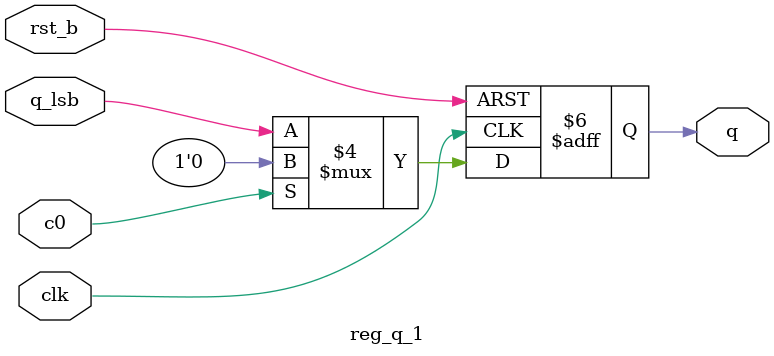
<source format=v>

module reg_q_1(
  input clk, rst_b, c0, q_lsb,
  output reg q
);

always @(posedge clk, negedge rst_b) begin
  if(!rst_b)
    q <= 0;
  else if(c0)
    q <= 0;
  else
    q <= q_lsb;
  end
  
endmodule
</source>
